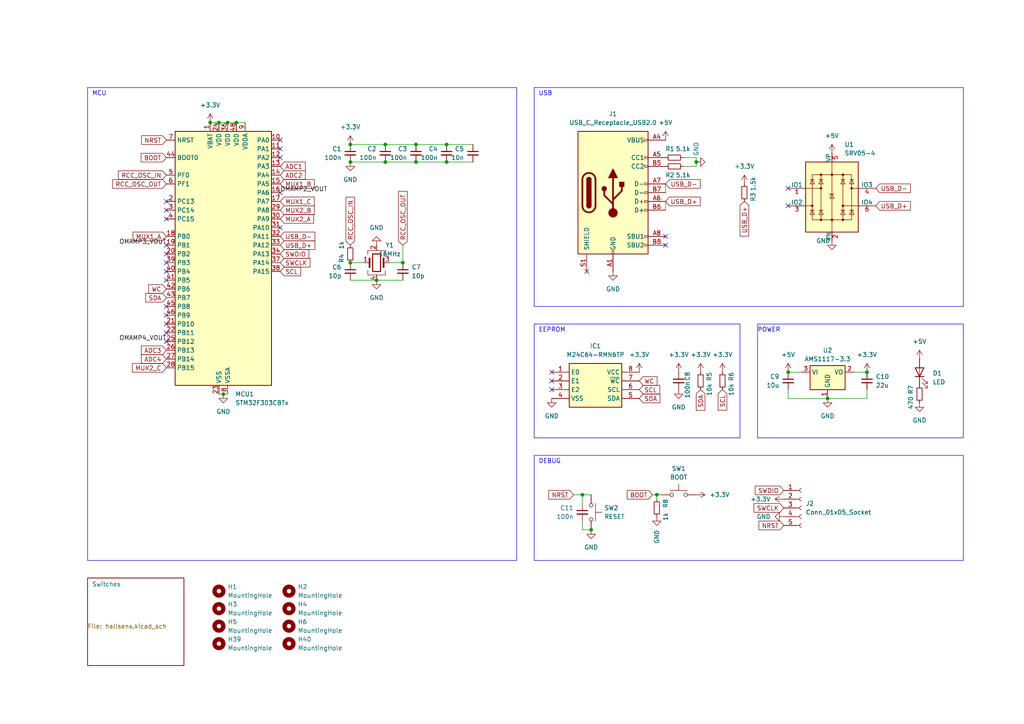
<source format=kicad_sch>
(kicad_sch (version 20250114) (generator "eeschema") (generator_version "9.0")
  (paper "A4")
  (lib_symbols
    (symbol "Connector:Conn_01x05_Socket" (pin_names (offset 1.016) (hide yes))
      (property "Reference" "J" (at 0 7.62 0))
      (property "Value" "Conn_01x05_Socket" (at 0 -7.62 0))
      (symbol "Conn_01x05_Socket_1_1"
        (polyline (pts (xy -1.27 5.08) (xy -0.508 5.08)) (stroke (width 0.1524)))
        (polyline (pts (xy -1.27 2.54) (xy -0.508 2.54)) (stroke (width 0.1524)))
        (polyline (pts (xy -1.27 0) (xy -0.508 0)) (stroke (width 0.1524)))
        (polyline (pts (xy -1.27 -2.54) (xy -0.508 -2.54)) (stroke (width 0.1524)))
        (polyline (pts (xy -1.27 -5.08) (xy -0.508 -5.08)) (stroke (width 0.1524)))
        (arc (start 0 4.572) (mid -0.5058 5.08) (end 0 5.588) (stroke (width 0.1524)))
        (arc (start 0 2.032) (mid -0.5058 2.54) (end 0 3.048) (stroke (width 0.1524)))
        (arc (start 0 -0.508) (mid -0.5058 0) (end 0 0.508) (stroke (width 0.1524)))
        (arc (start 0 -3.048) (mid -0.5058 -2.54) (end 0 -2.032) (stroke (width 0.1524)))
        (arc (start 0 -5.588) (mid -0.5058 -5.08) (end 0 -4.572) (stroke (width 0.1524)))
        (pin passive line (at -5.08 5.08 0) (length 3.81) (name "Pin_1") (number "1"))
        (pin passive line (at -5.08 2.54 0) (length 3.81) (name "Pin_2") (number "2"))
        (pin passive line (at -5.08 0 0) (length 3.81) (name "Pin_3") (number "3"))
        (pin passive line (at -5.08 -2.54 0) (length 3.81) (name "Pin_4") (number "4"))
        (pin passive line (at -5.08 -5.08 0) (length 3.81) (name "Pin_5") (number "5"))
      )
    )
    (symbol "Connector:USB_C_Receptacle_USB2.0" (pin_names (offset 1.016))
      (property "Reference" "J" (at -10.16 19.05 0))
      (property "Value" "USB_C_Receptacle_USB2.0" (at 19.05 19.05 0))
      (symbol "USB_C_Receptacle_USB2.0_0_0"
        (rectangle (start -0.254 -17.78) (end 0.254 -16.764))
        (rectangle (start 10.16 15.494) (end 9.144 14.986))
        (rectangle (start 10.16 10.414) (end 9.144 9.906))
        (rectangle (start 10.16 7.874) (end 9.144 7.366))
        (rectangle (start 10.16 2.794) (end 9.144 2.286))
        (rectangle (start 10.16 0.254) (end 9.144 -0.254))
        (rectangle (start 10.16 -2.286) (end 9.144 -2.794))
        (rectangle (start 10.16 -4.826) (end 9.144 -5.334))
        (rectangle (start 10.16 -12.446) (end 9.144 -12.954))
        (rectangle (start 10.16 -14.986) (end 9.144 -15.494))
      )
      (symbol "USB_C_Receptacle_USB2.0_0_1"
        (rectangle (start -10.16 17.78) (end 10.16 -17.78) (stroke (width 0.254)) (fill (type background)))
        (polyline (pts (xy -8.89 -3.81) (xy -8.89 3.81)) (stroke (width 0.508)))
        (rectangle (start -7.62 -3.81) (end -6.35 3.81) (stroke (width 0.254)) (fill (type outline)))
        (arc (start -7.62 3.81) (mid -6.985 4.4423) (end -6.35 3.81) (stroke (width 0.254)))
        (arc (start -7.62 3.81) (mid -6.985 4.4423) (end -6.35 3.81) (stroke (width 0.254)) (fill (type outline)))
        (arc (start -8.89 3.81) (mid -6.985 5.7067) (end -5.08 3.81) (stroke (width 0.508)))
        (arc (start -5.08 -3.81) (mid -6.985 -5.7067) (end -8.89 -3.81) (stroke (width 0.508)))
        (arc (start -6.35 -3.81) (mid -6.985 -4.4423) (end -7.62 -3.81) (stroke (width 0.254)))
        (arc (start -6.35 -3.81) (mid -6.985 -4.4423) (end -7.62 -3.81) (stroke (width 0.254)) (fill (type outline)))
        (polyline (pts (xy -5.08 3.81) (xy -5.08 -3.81)) (stroke (width 0.508)))
        (circle (center -2.54 1.143) (radius 0.635) (stroke (width 0.254)) (fill (type outline)))
        (polyline (pts (xy -1.27 4.318) (xy 0 6.858) (xy 1.27 4.318) (xy -1.27 4.318)) (stroke (width 0.254)) (fill (type outline)))
        (polyline (pts (xy 0 -2.032) (xy 2.54 0.508) (xy 2.54 1.778)) (stroke (width 0.508)))
        (polyline (pts (xy 0 -3.302) (xy -2.54 -0.762) (xy -2.54 0.508)) (stroke (width 0.508)))
        (polyline (pts (xy 0 -5.842) (xy 0 4.318)) (stroke (width 0.508)))
        (circle (center 0 -5.842) (radius 1.27) (fill (type outline)))
        (rectangle (start 1.905 1.778) (end 3.175 3.048) (stroke (width 0.254)) (fill (type outline)))
      )
      (symbol "USB_C_Receptacle_USB2.0_1_1"
        (pin passive line (at -7.62 -22.86 90) (length 5.08) (name "SHIELD") (number "S1"))
        (pin passive line (at 0 -22.86 90) (length 5.08) (name "GND") (number "A1"))
        (pin passive line (at 0 -22.86 90) (length 5.08) (hide yes) (name "GND") (number "A12"))
        (pin passive line (at 0 -22.86 90) (length 5.08) (hide yes) (name "GND") (number "B1"))
        (pin passive line (at 0 -22.86 90) (length 5.08) (hide yes) (name "GND") (number "B12"))
        (pin passive line (at 15.24 15.24 180) (length 5.08) (name "VBUS") (number "A4"))
        (pin passive line (at 15.24 15.24 180) (length 5.08) (hide yes) (name "VBUS") (number "A9"))
        (pin passive line (at 15.24 15.24 180) (length 5.08) (hide yes) (name "VBUS") (number "B4"))
        (pin passive line (at 15.24 15.24 180) (length 5.08) (hide yes) (name "VBUS") (number "B9"))
        (pin bidirectional line (at 15.24 10.16 180) (length 5.08) (name "CC1") (number "A5"))
        (pin bidirectional line (at 15.24 7.62 180) (length 5.08) (name "CC2") (number "B5"))
        (pin bidirectional line (at 15.24 2.54 180) (length 5.08) (name "D-") (number "A7"))
        (pin bidirectional line (at 15.24 0 180) (length 5.08) (name "D-") (number "B7"))
        (pin bidirectional line (at 15.24 -2.54 180) (length 5.08) (name "D+") (number "A6"))
        (pin bidirectional line (at 15.24 -5.08 180) (length 5.08) (name "D+") (number "B6"))
        (pin bidirectional line (at 15.24 -12.7 180) (length 5.08) (name "SBU1") (number "A8"))
        (pin bidirectional line (at 15.24 -15.24 180) (length 5.08) (name "SBU2") (number "B8"))
      )
    )
    (symbol "Device:C_Small" (pin_numbers (hide yes)) (pin_names (offset 0.254) (hide yes))
      (property "Reference" "C" (at 0.254 1.778 0))
      (property "Value" "C_Small" (at 0.254 -2.032 0))
      (symbol "C_Small_0_1"
        (polyline (pts (xy -1.524 0.508) (xy 1.524 0.508)) (stroke (width 0.3048)))
        (polyline (pts (xy -1.524 -0.508) (xy 1.524 -0.508)) (stroke (width 0.3302)))
      )
      (symbol "C_Small_1_1"
        (pin passive line (at 0 2.54 270) (length 2.032) (name "~") (number "1"))
        (pin passive line (at 0 -2.54 90) (length 2.032) (name "~") (number "2"))
      )
    )
    (symbol "Device:Crystal_GND24" (pin_names (offset 1.016) (hide yes))
      (property "Reference" "Y" (at 3.175 5.08 0))
      (property "Value" "Crystal_GND24" (at 3.175 3.175 0))
      (symbol "Crystal_GND24_0_1"
        (polyline (pts (xy -2.54 2.286) (xy -2.54 3.556) (xy 2.54 3.556) (xy 2.54 2.286)))
        (polyline (pts (xy -2.54 0) (xy -2.032 0)))
        (polyline (pts (xy -2.54 -2.286) (xy -2.54 -3.556) (xy 2.54 -3.556) (xy 2.54 -2.286)))
        (polyline (pts (xy -2.032 -1.27) (xy -2.032 1.27)) (stroke (width 0.508)))
        (rectangle (start -1.143 2.54) (end 1.143 -2.54) (stroke (width 0.3048)))
        (polyline (pts (xy 0 3.556) (xy 0 3.81)))
        (polyline (pts (xy 0 -3.81) (xy 0 -3.556)))
        (polyline (pts (xy 2.032 0) (xy 2.54 0)))
        (polyline (pts (xy 2.032 -1.27) (xy 2.032 1.27)) (stroke (width 0.508)))
      )
      (symbol "Crystal_GND24_1_1"
        (pin passive line (at -3.81 0 0) (length 1.27) (name "1") (number "1"))
        (pin passive line (at 0 5.08 270) (length 1.27) (name "2") (number "2"))
        (pin passive line (at 0 -5.08 90) (length 1.27) (name "4") (number "4"))
        (pin passive line (at 3.81 0 180) (length 1.27) (name "3") (number "3"))
      )
    )
    (symbol "Device:LED" (pin_numbers (hide yes)) (pin_names (offset 1.016) (hide yes))
      (property "Reference" "D" (at 0 2.54 0))
      (property "Value" "LED" (at 0 -2.54 0))
      (symbol "LED_0_1"
        (polyline (pts (xy -3.048 -0.762) (xy -4.572 -2.286) (xy -3.81 -2.286) (xy -4.572 -2.286) (xy -4.572 -1.524)))
        (polyline (pts (xy -1.778 -0.762) (xy -3.302 -2.286) (xy -2.54 -2.286) (xy -3.302 -2.286) (xy -3.302 -1.524)))
        (polyline (pts (xy -1.27 0) (xy 1.27 0)))
        (polyline (pts (xy -1.27 -1.27) (xy -1.27 1.27)) (stroke (width 0.254)))
        (polyline (pts (xy 1.27 -1.27) (xy 1.27 1.27) (xy -1.27 0) (xy 1.27 -1.27)) (stroke (width 0.254)))
      )
      (symbol "LED_1_1"
        (pin passive line (at -3.81 0 0) (length 2.54) (name "K") (number "1"))
        (pin passive line (at 3.81 0 180) (length 2.54) (name "A") (number "2"))
      )
    )
    (symbol "Device:R_Small" (pin_numbers (hide yes)) (pin_names (offset 0.254) (hide yes))
      (property "Reference" "R" (at 0.762 0.508 0))
      (property "Value" "R_Small" (at 0.762 -1.016 0))
      (symbol "R_Small_0_1"
        (rectangle (start -0.762 1.778) (end 0.762 -1.778) (stroke (width 0.2032)))
      )
      (symbol "R_Small_1_1"
        (pin passive line (at 0 2.54 270) (length 0.762) (name "~") (number "1"))
        (pin passive line (at 0 -2.54 90) (length 0.762) (name "~") (number "2"))
      )
    )
    (symbol "MCU_ST_STM32F3:STM32F303CBTx"
      (property "Reference" "U" (at -12.7 39.37 0))
      (property "Value" "STM32F303CBTx" (at 10.16 39.37 0))
      (symbol "STM32F303CBTx_0_1"
        (rectangle (start -12.7 -35.56) (end 15.24 38.1) (stroke (width 0.254)) (fill (type background)))
      )
      (symbol "STM32F303CBTx_1_1"
        (pin input line (at -15.24 35.56 0) (length 2.54) (name "NRST") (number "7"))
        (pin input line (at -15.24 30.48 0) (length 2.54) (name "BOOT0") (number "44"))
        (pin bidirectional line (at -15.24 25.4 0) (length 2.54) (name "PF0") (number "5"))
        (pin bidirectional line (at -15.24 22.86 0) (length 2.54) (name "PF1") (number "6"))
        (pin bidirectional line (at -15.24 17.78 0) (length 2.54) (name "PC13") (number "2"))
        (pin bidirectional line (at -15.24 15.24 0) (length 2.54) (name "PC14") (number "3"))
        (pin bidirectional line (at -15.24 12.7 0) (length 2.54) (name "PC15") (number "4"))
        (pin bidirectional line (at -15.24 7.62 0) (length 2.54) (name "PB0") (number "18"))
        (pin bidirectional line (at -15.24 5.08 0) (length 2.54) (name "PB1") (number "19"))
        (pin bidirectional line (at -15.24 2.54 0) (length 2.54) (name "PB2") (number "20"))
        (pin bidirectional line (at -15.24 0 0) (length 2.54) (name "PB3") (number "39"))
        (pin bidirectional line (at -15.24 -2.54 0) (length 2.54) (name "PB4") (number "40"))
        (pin bidirectional line (at -15.24 -5.08 0) (length 2.54) (name "PB5") (number "41"))
        (pin bidirectional line (at -15.24 -7.62 0) (length 2.54) (name "PB6") (number "42"))
        (pin bidirectional line (at -15.24 -10.16 0) (length 2.54) (name "PB7") (number "43"))
        (pin bidirectional line (at -15.24 -12.7 0) (length 2.54) (name "PB8") (number "45"))
        (pin bidirectional line (at -15.24 -15.24 0) (length 2.54) (name "PB9") (number "46"))
        (pin bidirectional line (at -15.24 -17.78 0) (length 2.54) (name "PB10") (number "21"))
        (pin bidirectional line (at -15.24 -20.32 0) (length 2.54) (name "PB11") (number "22"))
        (pin bidirectional line (at -15.24 -22.86 0) (length 2.54) (name "PB12") (number "25"))
        (pin bidirectional line (at -15.24 -25.4 0) (length 2.54) (name "PB13") (number "26"))
        (pin bidirectional line (at -15.24 -27.94 0) (length 2.54) (name "PB14") (number "27"))
        (pin bidirectional line (at -15.24 -30.48 0) (length 2.54) (name "PB15") (number "28"))
        (pin power_in line (at -2.54 40.64 270) (length 2.54) (name "VBAT") (number "1"))
        (pin power_in line (at 0 40.64 270) (length 2.54) (name "VDD") (number "24"))
        (pin power_in line (at 0 -38.1 90) (length 2.54) (name "VSS") (number "23"))
        (pin passive line (at 0 -38.1 90) (length 2.54) (hide yes) (name "VSS") (number "35"))
        (pin passive line (at 0 -38.1 90) (length 2.54) (hide yes) (name "VSS") (number "47"))
        (pin power_in line (at 2.54 40.64 270) (length 2.54) (name "VDD") (number "36"))
        (pin power_in line (at 2.54 -38.1 90) (length 2.54) (name "VSSA") (number "8"))
        (pin power_in line (at 5.08 40.64 270) (length 2.54) (name "VDD") (number "48"))
        (pin power_in line (at 7.62 40.64 270) (length 2.54) (name "VDDA") (number "9"))
        (pin bidirectional line (at 17.78 35.56 180) (length 2.54) (name "PA0") (number "10"))
        (pin bidirectional line (at 17.78 33.02 180) (length 2.54) (name "PA1") (number "11"))
        (pin bidirectional line (at 17.78 30.48 180) (length 2.54) (name "PA2") (number "12"))
        (pin bidirectional line (at 17.78 27.94 180) (length 2.54) (name "PA3") (number "13"))
        (pin bidirectional line (at 17.78 25.4 180) (length 2.54) (name "PA4") (number "14"))
        (pin bidirectional line (at 17.78 22.86 180) (length 2.54) (name "PA5") (number "15"))
        (pin bidirectional line (at 17.78 20.32 180) (length 2.54) (name "PA6") (number "16"))
        (pin bidirectional line (at 17.78 17.78 180) (length 2.54) (name "PA7") (number "17"))
        (pin bidirectional line (at 17.78 15.24 180) (length 2.54) (name "PA8") (number "29"))
        (pin bidirectional line (at 17.78 12.7 180) (length 2.54) (name "PA9") (number "30"))
        (pin bidirectional line (at 17.78 10.16 180) (length 2.54) (name "PA10") (number "31"))
        (pin bidirectional line (at 17.78 7.62 180) (length 2.54) (name "PA11") (number "32"))
        (pin bidirectional line (at 17.78 5.08 180) (length 2.54) (name "PA12") (number "33"))
        (pin bidirectional line (at 17.78 2.54 180) (length 2.54) (name "PA13") (number "34"))
        (pin bidirectional line (at 17.78 0 180) (length 2.54) (name "PA14") (number "37"))
        (pin bidirectional line (at 17.78 -2.54 180) (length 2.54) (name "PA15") (number "38"))
      )
    )
    (symbol "Mechanical:MountingHole" (pin_names (offset 1.016))
      (property "Reference" "H" (at 0 5.08 0))
      (property "Value" "MountingHole" (at 0 3.175 0))
      (symbol "MountingHole_0_1"
        (circle (center 0 0) (radius 1.27) (stroke (width 1.27)))
      )
    )
    (symbol "Power_Protection:SRV05-4" (pin_names (offset 0))
      (property "Reference" "U" (at -5.08 11.43 0))
      (property "Value" "SRV05-4" (at 2.54 11.43 0))
      (symbol "SRV05-4_0_0"
        (rectangle (start -5.715 6.477) (end 5.715 -6.604))
        (polyline (pts (xy -3.175 -6.604) (xy -3.175 6.477)))
        (polyline (pts (xy 3.175 6.477) (xy 3.175 -6.604)))
      )
      (symbol "SRV05-4_0_1"
        (polyline (pts (xy -7.747 2.54) (xy -3.175 2.54)))
        (rectangle (start -7.62 10.16) (end 7.62 -10.16) (stroke (width 0.254)) (fill (type background)))
        (polyline (pts (xy -7.62 -2.54) (xy -5.715 -2.54)))
        (circle (center -5.715 -2.54) (radius 0.2794) (fill (type outline)))
        (polyline (pts (xy -5.08 5.08) (xy -6.35 5.08)))
        (polyline (pts (xy -5.08 3.81) (xy -6.35 3.81) (xy -5.715 5.08) (xy -5.08 3.81)))
        (polyline (pts (xy -5.08 -3.81) (xy -6.35 -3.81)))
        (polyline (pts (xy -5.08 -5.08) (xy -6.35 -5.08) (xy -5.715 -3.81) (xy -5.08 -5.08)))
        (circle (center -3.175 6.477) (radius 0.2794) (fill (type outline)))
        (circle (center -3.175 2.54) (radius 0.2794) (fill (type outline)))
        (circle (center -3.175 -6.604) (radius 0.2794) (fill (type outline)))
        (polyline (pts (xy -2.54 5.08) (xy -3.81 5.08)))
        (polyline (pts (xy -2.54 3.81) (xy -3.81 3.81) (xy -3.175 5.08) (xy -2.54 3.81)))
        (polyline (pts (xy -2.54 -3.81) (xy -3.81 -3.81)))
        (polyline (pts (xy -2.54 -5.08) (xy -3.81 -5.08) (xy -3.175 -3.81) (xy -2.54 -5.08)))
        (polyline (pts (xy 0 10.16) (xy 0 -10.16)))
        (circle (center 0 6.477) (radius 0.2794) (fill (type outline)))
        (circle (center 0 -6.604) (radius 0.2794) (fill (type outline)))
        (polyline (pts (xy 0.635 0.889) (xy -0.635 0.889) (xy -0.635 0.635)))
        (polyline (pts (xy 0.635 -0.381) (xy -0.635 -0.381) (xy 0 0.889) (xy 0.635 -0.381)))
        (circle (center 3.175 6.477) (radius 0.2794) (fill (type outline)))
        (circle (center 3.175 -2.54) (radius 0.2794) (fill (type outline)))
        (circle (center 3.175 -6.604) (radius 0.2794) (fill (type outline)))
        (polyline (pts (xy 3.81 5.08) (xy 2.54 5.08)))
        (polyline (pts (xy 3.81 3.81) (xy 2.54 3.81) (xy 3.175 5.08) (xy 3.81 3.81)))
        (polyline (pts (xy 3.81 -3.81) (xy 2.54 -3.81)))
        (polyline (pts (xy 3.81 -5.08) (xy 2.54 -5.08) (xy 3.175 -3.81) (xy 3.81 -5.08)))
        (circle (center 5.715 2.54) (radius 0.2794) (fill (type outline)))
        (polyline (pts (xy 6.35 5.08) (xy 5.08 5.08)))
        (polyline (pts (xy 6.35 3.81) (xy 5.08 3.81) (xy 5.715 5.08) (xy 6.35 3.81)))
        (polyline (pts (xy 6.35 -3.81) (xy 5.08 -3.81)))
        (polyline (pts (xy 6.35 -5.08) (xy 5.08 -5.08) (xy 5.715 -3.81) (xy 6.35 -5.08)))
        (polyline (pts (xy 7.62 2.54) (xy 5.715 2.54)))
        (polyline (pts (xy 7.62 -2.54) (xy 3.175 -2.54)))
      )
      (symbol "SRV05-4_1_1"
        (pin passive line (at -12.7 2.54 0) (length 5.08) (name "IO1") (number "1"))
        (pin passive line (at -12.7 -2.54 0) (length 5.08) (name "IO2") (number "3"))
        (pin passive line (at 0 12.7 270) (length 2.54) (name "VP") (number "5"))
        (pin passive line (at 0 -12.7 90) (length 2.54) (name "VN") (number "2"))
        (pin passive line (at 12.7 2.54 180) (length 5.08) (name "IO3") (number "4"))
        (pin passive line (at 12.7 -2.54 180) (length 5.08) (name "IO4") (number "6"))
      )
    )
    (symbol "Regulator_Linear:AMS1117-3.3"
      (property "Reference" "U" (at -3.81 3.175 0))
      (property "Value" "AMS1117-3.3" (at 0 3.175 0))
      (symbol "AMS1117-3.3_0_1"
        (rectangle (start -5.08 -5.08) (end 5.08 1.905) (stroke (width 0.254)) (fill (type background)))
      )
      (symbol "AMS1117-3.3_1_1"
        (pin power_in line (at -7.62 0 0) (length 2.54) (name "VI") (number "3"))
        (pin power_in line (at 0 -7.62 90) (length 2.54) (name "GND") (number "1"))
        (pin power_out line (at 7.62 0 180) (length 2.54) (name "VO") (number "2"))
      )
    )
    (symbol "Switch:SW_Push" (pin_numbers (hide yes)) (pin_names (offset 1.016) (hide yes))
      (property "Reference" "SW" (at 1.27 2.54 0))
      (property "Value" "SW_Push" (at 0 -1.524 0))
      (symbol "SW_Push_0_1"
        (circle (center -2.032 0) (radius 0.508))
        (polyline (pts (xy 0 1.27) (xy 0 3.048)))
        (circle (center 2.032 0) (radius 0.508))
        (polyline (pts (xy 2.54 1.27) (xy -2.54 1.27)))
        (pin passive line (at -5.08 0 0) (length 2.54) (name "1") (number "1"))
        (pin passive line (at 5.08 0 180) (length 2.54) (name "2") (number "2"))
      )
    )
    (symbol "ember_m24c64:M24C64-RMN6TP"
      (property "Reference" "IC" (at 21.59 7.62 0))
      (property "Value" "M24C64-RMN6TP" (at 21.59 5.08 0))
      (symbol "M24C64-RMN6TP_1_1"
        (rectangle (start 5.08 2.54) (end 20.32 -10.16) (stroke (width 0.254)) (fill (type background)))
        (pin passive line (at 0 0 0) (length 5.08) (name "E0") (number "1"))
        (pin passive line (at 0 -2.54 0) (length 5.08) (name "E1") (number "2"))
        (pin passive line (at 0 -5.08 0) (length 5.08) (name "E2") (number "3"))
        (pin passive line (at 0 -7.62 0) (length 5.08) (name "VSS") (number "4"))
        (pin passive line (at 25.4 0 180) (length 5.08) (name "VCC") (number "8"))
        (pin passive line (at 25.4 -2.54 180) (length 5.08) (name "~{WC}") (number "7"))
        (pin passive line (at 25.4 -5.08 180) (length 5.08) (name "SCL") (number "6"))
        (pin passive line (at 25.4 -7.62 180) (length 5.08) (name "SDA") (number "5"))
      )
    )
    (symbol "power:+3.3V" (power) (pin_names (offset 0))
      (property "Value" "+3.3V" (at 0 3.556 0))
      (symbol "+3.3V_0_1"
        (polyline (pts (xy -0.762 1.27) (xy 0 2.54)))
        (polyline (pts (xy 0 2.54) (xy 0.762 1.27)))
        (polyline (pts (xy 0 0) (xy 0 2.54)))
      )
      (symbol "+3.3V_1_1"
        (pin power_in line (at 0 0 90) (length 0) (hide yes) (name "+3.3V") (number "1"))
      )
    )
    (symbol "power:+5V" (power) (pin_names (offset 0))
      (property "Value" "+5V" (at 0 3.556 0))
      (symbol "+5V_0_1"
        (polyline (pts (xy -0.762 1.27) (xy 0 2.54)))
        (polyline (pts (xy 0 2.54) (xy 0.762 1.27)))
        (polyline (pts (xy 0 0) (xy 0 2.54)))
      )
      (symbol "+5V_1_1"
        (pin power_in line (at 0 0 90) (length 0) (hide yes) (name "+5V") (number "1"))
      )
    )
    (symbol "power:GND" (power) (pin_names (offset 0))
      (property "Value" "GND" (at 0 -3.81 0))
      (symbol "GND_0_1"
        (polyline (pts (xy 0 0) (xy 0 -1.27) (xy 1.27 -1.27) (xy 0 -2.54) (xy -1.27 -1.27) (xy 0 -1.27)))
      )
      (symbol "GND_1_1"
        (pin power_in line (at 0 0 270) (length 0) (hide yes) (name "GND") (number "1"))
      )
    )
  )
  (rectangle (start 219.71 93.98) (end 279.4 127))
  (rectangle (start 154.94 132.08) (end 279.4 162.56))
  (rectangle (start 25.4 25.4) (end 149.86 162.56))
  (rectangle (start 154.94 25.4) (end 279.4 88.9))
  (rectangle (start 154.94 93.98) (end 214.63 127))
  (text "MCU" (at 26.67 27.94 0) (effects (font (size 1.27 1.27)) (justify left bottom)))
  (text "USB" (at 156.21 27.94 0) (effects (font (size 1.27 1.27)) (justify left bottom)))
  (text "POWER" (at 219.71 96.52 0) (effects (font (size 1.27 1.27)) (justify left bottom)))
  (text "EEPROM" (at 156.21 96.52 0) (effects (font (size 1.27 1.27)) (justify left bottom)))
  (text "DEBUG" (at 156.21 134.62 0) (effects (font (size 1.27 1.27)) (justify left bottom)))
  (junction (at 109.22 81.28))
  (junction (at 129.54 46.99))
  (junction (at 228.6 107.95))
  (junction (at 120.65 46.99))
  (junction (at 190.5 143.51))
  (junction (at 68.58 35.56))
  (junction (at 120.65 41.91))
  (junction (at 101.6 46.99))
  (junction (at 240.03 115.57))
  (junction (at 129.54 41.91))
  (junction (at 60.96 35.56))
  (junction (at 111.76 46.99))
  (junction (at 101.6 76.2))
  (junction (at 171.45 153.67))
  (junction (at 63.5 35.56))
  (junction (at 201.93 46.99))
  (junction (at 111.76 41.91))
  (junction (at 101.6 41.91))
  (junction (at 64.77 114.3))
  (junction (at 66.04 35.56))
  (junction (at 116.84 76.2))
  (junction (at 251.46 107.95))
  (junction (at 168.91 143.51))
  (no_connect (at 48.26 78.74))
  (no_connect (at 48.26 73.66))
  (no_connect (at 81.28 55.88))
  (no_connect (at 81.28 66.04))
  (no_connect (at 228.6 54.61))
  (no_connect (at 48.26 88.9))
  (no_connect (at 48.26 71.12))
  (no_connect (at 48.26 93.98))
  (no_connect (at 48.26 58.42))
  (no_connect (at 193.04 68.58))
  (no_connect (at 48.26 76.2))
  (no_connect (at 228.6 59.69))
  (no_connect (at 48.26 96.52))
  (no_connect (at 81.28 43.18))
  (no_connect (at 170.18 78.74))
  (no_connect (at 193.04 71.12))
  (no_connect (at 48.26 60.96))
  (no_connect (at 81.28 45.72))
  (no_connect (at 160.02 113.03))
  (no_connect (at 48.26 99.06))
  (no_connect (at 48.26 91.44))
  (no_connect (at 48.26 63.5))
  (no_connect (at 160.02 107.95))
  (no_connect (at 81.28 40.64))
  (no_connect (at 48.26 81.28))
  (no_connect (at 160.02 110.49))
  (wire (pts (xy 228.6 115.57) (xy 240.03 115.57)))
  (wire (pts (xy 168.91 143.51) (xy 171.45 143.51)))
  (wire (pts (xy 68.58 35.56) (xy 71.12 35.56)))
  (wire (pts (xy 111.76 41.91) (xy 120.65 41.91)))
  (wire (pts (xy 240.03 115.57) (xy 251.46 115.57)))
  (wire (pts (xy 111.76 46.99) (xy 120.65 46.99)))
  (wire (pts (xy 190.5 143.51) (xy 191.77 143.51)))
  (wire (pts (xy 168.91 153.67) (xy 171.45 153.67)))
  (wire (pts (xy 189.23 143.51) (xy 190.5 143.51)))
  (wire (pts (xy 168.91 151.13) (xy 168.91 153.67)))
  (wire (pts (xy 168.91 143.51) (xy 168.91 146.05)))
  (wire (pts (xy 63.5 114.3) (xy 64.77 114.3)))
  (wire (pts (xy 109.22 81.28) (xy 116.84 81.28)))
  (wire (pts (xy 228.6 113.03) (xy 228.6 115.57)))
  (wire (pts (xy 251.46 115.57) (xy 251.46 113.03)))
  (wire (pts (xy 101.6 81.28) (xy 109.22 81.28)))
  (wire (pts (xy 113.03 76.2) (xy 116.84 76.2)))
  (wire (pts (xy 101.6 76.2) (xy 105.41 76.2)))
  (wire (pts (xy 129.54 41.91) (xy 137.16 41.91)))
  (wire (pts (xy 116.84 76.2) (xy 116.84 71.12)))
  (wire (pts (xy 193.04 53.34) (xy 193.04 55.88)))
  (wire (pts (xy 166.37 143.51) (xy 168.91 143.51)))
  (wire (pts (xy 66.04 35.56) (xy 68.58 35.56)))
  (wire (pts (xy 198.12 45.72) (xy 201.93 45.72)))
  (wire (pts (xy 120.65 41.91) (xy 129.54 41.91)))
  (wire (pts (xy 120.65 46.99) (xy 129.54 46.99)))
  (wire (pts (xy 60.96 35.56) (xy 63.5 35.56)))
  (wire (pts (xy 101.6 41.91) (xy 111.76 41.91)))
  (wire (pts (xy 247.65 107.95) (xy 251.46 107.95)))
  (wire (pts (xy 198.12 48.26) (xy 201.93 48.26)))
  (wire (pts (xy 64.77 114.3) (xy 66.04 114.3)))
  (wire (pts (xy 228.6 107.95) (xy 232.41 107.95)))
  (wire (pts (xy 101.6 46.99) (xy 111.76 46.99)))
  (wire (pts (xy 201.93 46.99) (xy 201.93 45.72)))
  (wire (pts (xy 201.93 48.26) (xy 201.93 46.99)))
  (wire (pts (xy 63.5 35.56) (xy 66.04 35.56)))
  (wire (pts (xy 129.54 46.99) (xy 137.16 46.99)))
  (wire (pts (xy 193.04 58.42) (xy 193.04 60.96)))
  (wire (pts (xy 190.5 143.51) (xy 190.5 144.78)))
  (label "OMAMP3_VOUT" (at 48.26 71.12 180))
  (label "OMAMP2_VOUT" (at 81.28 55.88 0))
  (label "OMAMP4_VOUT" (at 48.26 99.06 180))
  (global_label "MUX1_C" (shape input) (at 81.28 58.42 0) (property "Intersheetrefs" "${INTERSHEET_REFS}" (effects (hide yes))))
  (global_label "SDA" (shape input) (at 185.42 115.57 0) (property "Intersheetrefs" "${INTERSHEET_REFS}" (effects (hide yes))))
  (global_label "ADC2" (shape input) (at 81.28 50.8 0) (property "Intersheetrefs" "${INTERSHEET_REFS}" (effects (hide yes))))
  (global_label "USB_D-" (shape input) (at 193.04 53.34 0) (property "Intersheetrefs" "${INTERSHEET_REFS}" (effects (hide yes))))
  (global_label "SCL" (shape input) (at 185.42 113.03 0) (property "Intersheetrefs" "${INTERSHEET_REFS}" (effects (hide yes))))
  (global_label "NRST" (shape input) (at 48.26 40.64 180) (property "Intersheetrefs" "${INTERSHEET_REFS}" (effects (hide yes))))
  (global_label "BOOT" (shape input) (at 48.26 45.72 180) (property "Intersheetrefs" "${INTERSHEET_REFS}" (effects (hide yes))))
  (global_label "RCC_OSC_IN" (shape input) (at 48.26 50.8 180) (property "Intersheetrefs" "${INTERSHEET_REFS}" (effects (hide yes))))
  (global_label "USB_D+" (shape input) (at 81.28 71.12 0) (property "Intersheetrefs" "${INTERSHEET_REFS}" (effects (hide yes))))
  (global_label "MUX2_A" (shape input) (at 81.28 63.5 0) (property "Intersheetrefs" "${INTERSHEET_REFS}" (effects (hide yes))))
  (global_label "RCC_OSC_OUT" (shape input) (at 48.26 53.34 180) (property "Intersheetrefs" "${INTERSHEET_REFS}" (effects (hide yes))))
  (global_label "USB_D+" (shape input) (at 254 59.69 0) (property "Intersheetrefs" "${INTERSHEET_REFS}" (effects (hide yes))))
  (global_label "MUX1_B" (shape input) (at 81.28 53.34 0) (property "Intersheetrefs" "${INTERSHEET_REFS}" (effects (hide yes))))
  (global_label "USB_D+" (shape input) (at 215.9 58.42 270) (property "Intersheetrefs" "${INTERSHEET_REFS}" (effects (hide yes))))
  (global_label "SDA" (shape input) (at 203.2 113.03 270) (property "Intersheetrefs" "${INTERSHEET_REFS}" (effects (hide yes))))
  (global_label "MUX2_C" (shape input) (at 48.26 106.68 180) (property "Intersheetrefs" "${INTERSHEET_REFS}" (effects (hide yes))))
  (global_label "WC" (shape input) (at 48.26 83.82 180) (property "Intersheetrefs" "${INTERSHEET_REFS}" (effects (hide yes))))
  (global_label "WC" (shape input) (at 185.42 110.49 0) (property "Intersheetrefs" "${INTERSHEET_REFS}" (effects (hide yes))))
  (global_label "SWCLK" (shape input) (at 227.33 147.32 180) (property "Intersheetrefs" "${INTERSHEET_REFS}" (effects (hide yes))))
  (global_label "NRST" (shape input) (at 166.37 143.51 180) (property "Intersheetrefs" "${INTERSHEET_REFS}" (effects (hide yes))))
  (global_label "ADC4" (shape input) (at 48.26 104.14 180) (property "Intersheetrefs" "${INTERSHEET_REFS}" (effects (hide yes))))
  (global_label "RCC_OSC_IN" (shape input) (at 101.6 71.12 90) (property "Intersheetrefs" "${INTERSHEET_REFS}" (effects (hide yes))))
  (global_label "SCL" (shape input) (at 81.28 78.74 0) (property "Intersheetrefs" "${INTERSHEET_REFS}" (effects (hide yes))))
  (global_label "ADC1" (shape input) (at 81.28 48.26 0) (property "Intersheetrefs" "${INTERSHEET_REFS}" (effects (hide yes))))
  (global_label "SCL" (shape input) (at 209.55 113.03 270) (property "Intersheetrefs" "${INTERSHEET_REFS}" (effects (hide yes))))
  (global_label "NRST" (shape input) (at 227.33 152.4 180) (property "Intersheetrefs" "${INTERSHEET_REFS}" (effects (hide yes))))
  (global_label "SWDIO" (shape input) (at 227.33 142.24 180) (property "Intersheetrefs" "${INTERSHEET_REFS}" (effects (hide yes))))
  (global_label "RCC_OSC_OUT" (shape input) (at 116.84 71.12 90) (property "Intersheetrefs" "${INTERSHEET_REFS}" (effects (hide yes))))
  (global_label "USB_D-" (shape input) (at 81.28 68.58 0) (property "Intersheetrefs" "${INTERSHEET_REFS}" (effects (hide yes))))
  (global_label "SDA" (shape input) (at 48.26 86.36 180) (property "Intersheetrefs" "${INTERSHEET_REFS}" (effects (hide yes))))
  (global_label "BOOT" (shape input) (at 189.23 143.51 180) (property "Intersheetrefs" "${INTERSHEET_REFS}" (effects (hide yes))))
  (global_label "SWCLK" (shape input) (at 81.28 76.2 0) (property "Intersheetrefs" "${INTERSHEET_REFS}" (effects (hide yes))))
  (global_label "MUX1_A" (shape input) (at 48.26 68.58 180) (property "Intersheetrefs" "${INTERSHEET_REFS}" (effects (hide yes))))
  (global_label "USB_D+" (shape input) (at 193.04 58.42 0) (property "Intersheetrefs" "${INTERSHEET_REFS}" (effects (hide yes))))
  (global_label "USB_D-" (shape input) (at 254 54.61 0) (property "Intersheetrefs" "${INTERSHEET_REFS}" (effects (hide yes))))
  (global_label "ADC3" (shape input) (at 48.26 101.6 180) (property "Intersheetrefs" "${INTERSHEET_REFS}" (effects (hide yes))))
  (global_label "MUX2_B" (shape input) (at 81.28 60.96 0) (property "Intersheetrefs" "${INTERSHEET_REFS}" (effects (hide yes))))
  (global_label "SWDIO" (shape input) (at 81.28 73.66 0) (property "Intersheetrefs" "${INTERSHEET_REFS}" (effects (hide yes))))
  (symbol (lib_id "Mechanical:MountingHole") (at 83.82 186.69 0) (unit 1)
    (property "Reference" "H40" (at 86.36 185.42 0) (effects (justify left)))
    (property "Value" "MountingHole" (at 86.36 187.96 0) (effects (justify left)))
    (property "Footprint" "MountingHole:MountingHole_2.2mm_M2" (effects (hide yes)))
  )
  (symbol (lib_id "power:GND") (at 266.7 116.84 0) (unit 1)
    (property "Reference" "#PWR023" (effects (hide yes)))
    (property "Value" "GND" (at 266.7 121.92 0))
  )
  (symbol (lib_id "power:+3.3V") (at 201.93 143.51 270) (unit 1)
    (property "Reference" "#PWR024" (effects (hide yes)))
    (property "Value" "+3.3V" (at 205.74 143.51 90) (effects (justify left)))
  )
  (symbol (lib_id "Device:R_Small") (at 195.58 48.26 90) (unit 1)
    (property "Reference" "R2" (at 194.31 50.8 90))
    (property "Value" "5.1k" (at 198.12 50.8 90))
    (property "Footprint" "Resistor_SMD:R_0603_1608Metric" (effects (hide yes)))
    (property "LCSC" "C23186" (effects (hide yes)))
  )
  (symbol (lib_id "Device:C_Small") (at 101.6 44.45 0) (mirror y) (unit 1)
    (property "Reference" "C1" (at 99.06 43.1863 0) (effects (justify left)))
    (property "Value" "100n" (at 99.06 45.7263 0) (effects (justify left)))
    (property "Footprint" "Capacitor_SMD:C_0603_1608Metric" (effects (hide yes)))
    (property "LCSC" "C14663" (effects (hide yes)))
  )
  (symbol (lib_id "power:+3.3V") (at 203.2 107.95 0) (unit 1)
    (property "Reference" "#PWR015" (effects (hide yes)))
    (property "Value" "+3.3V" (at 203.2 102.87 0))
  )
  (symbol (lib_id "Device:R_Small") (at 190.5 147.32 0) (unit 1)
    (property "Reference" "R8" (at 193.04 146.05 90))
    (property "Value" "1k" (at 193.04 149.86 90))
    (property "Footprint" "Resistor_SMD:R_0603_1608Metric" (effects (hide yes)))
    (property "LCSC" "C21190" (effects (hide yes)))
  )
  (symbol (lib_id "Connector:Conn_01x05_Socket") (at 232.41 147.32 0) (unit 1)
    (property "Reference" "J2" (at 233.68 146.05 0) (effects (justify left)))
    (property "Value" "Conn_01x05_Socket" (at 233.68 148.59 0) (effects (justify left)))
    (property "Footprint" "Connector_PinSocket_2.54mm:PinSocket_1x05_P2.54mm_Vertical" (effects (hide yes)))
  )
  (symbol (lib_id "Power_Protection:SRV05-4") (at 241.3 57.15 0) (unit 1)
    (property "Reference" "U1" (at 244.9261 41.91 0) (effects (justify left)))
    (property "Value" "SRV05-4" (at 244.9261 44.45 0) (effects (justify left)))
    (property "Footprint" "Package_TO_SOT_SMD:SOT-23-6" (effects (hide yes)))
    (property "Datasheet" "http://www.onsemi.com/pub/Collateral/SRV05-4-D.PDF" (effects (hide yes)))
    (property "LCSC" "C85364" (effects (hide yes)))
  )
  (symbol (lib_id "Device:C_Small") (at 196.85 110.49 0) (mirror y) (unit 1)
    (property "Reference" "C8" (at 199.39 110.49 90) (effects (justify left)))
    (property "Value" "100n" (at 199.39 115.57 90) (effects (justify left)))
    (property "Footprint" "Capacitor_SMD:C_0603_1608Metric" (effects (hide yes)))
    (property "LCSC" "C14663" (effects (hide yes)))
  )
  (symbol (lib_id "power:+5V") (at 228.6 107.95 0) (unit 1)
    (property "Reference" "#PWR017" (effects (hide yes)))
    (property "Value" "+5V" (at 228.6 102.87 0))
  )
  (symbol (lib_id "power:GND") (at 160.02 115.57 0) (unit 1)
    (property "Reference" "#PWR021" (effects (hide yes)))
    (property "Value" "GND" (at 160.02 120.65 0))
  )
  (symbol (lib_id "power:+3.3V") (at 251.46 107.95 0) (unit 1)
    (property "Reference" "#PWR018" (effects (hide yes)))
    (property "Value" "+3.3V" (at 251.46 102.87 0))
  )
  (symbol (lib_id "MCU_ST_STM32F3:STM32F303CBTx") (at 63.5 76.2 0) (unit 1)
    (property "Reference" "MCU1" (at 68.2341 114.3 0) (effects (justify left)))
    (property "Value" "STM32F303CBTx" (at 68.2341 116.84 0) (effects (justify left)))
    (property "Footprint" "Package_QFP:LQFP-48_7x7mm_P0.5mm" (effects (hide yes)))
    (property "Datasheet" "https://www.st.com/resource/en/datasheet/stm32f303cb.pdf" (effects (hide yes)))
    (property "LCSC" "C108516" (effects (hide yes)))
  )
  (symbol (lib_id "power:+3.3V") (at 101.6 41.91 0) (unit 1)
    (property "Reference" "#PWR03" (effects (hide yes)))
    (property "Value" "+3.3V" (at 101.6 36.83 0))
  )
  (symbol (lib_id "Device:R_Small") (at 215.9 55.88 180) (unit 1)
    (property "Reference" "R3" (at 218.44 57.15 90))
    (property "Value" "1.5k" (at 218.44 53.34 90))
    (property "Footprint" "Resistor_SMD:R_0603_1608Metric" (effects (hide yes)))
    (property "LCSC" "C22843" (effects (hide yes)))
  )
  (symbol (lib_id "Device:R_Small") (at 195.58 45.72 90) (unit 1)
    (property "Reference" "R1" (at 194.31 43.18 90))
    (property "Value" "5.1k" (at 198.12 43.18 90))
    (property "Footprint" "Resistor_SMD:R_0603_1608Metric" (effects (hide yes)))
    (property "LCSC" "C23186" (effects (hide yes)))
  )
  (symbol (lib_id "Device:C_Small") (at 101.6 78.74 0) (mirror y) (unit 1)
    (property "Reference" "C6" (at 99.06 77.4763 0) (effects (justify left)))
    (property "Value" "10p" (at 99.06 80.0163 0) (effects (justify left)))
    (property "Footprint" "Capacitor_SMD:C_0603_1608Metric" (effects (hide yes)))
    (property "LCSC" "C1634" (effects (hide yes)))
  )
  (symbol (lib_id "power:GND") (at 240.03 115.57 0) (unit 1)
    (property "Reference" "#PWR022" (effects (hide yes)))
    (property "Value" "GND" (at 240.03 120.65 0))
  )
  (symbol (lib_id "power:GND") (at 177.8 78.74 0) (unit 1)
    (property "Reference" "#PWR010" (effects (hide yes)))
    (property "Value" "GND" (at 177.8 83.82 0))
  )
  (symbol (lib_id "Device:Crystal_GND24") (at 109.22 76.2 0) (unit 1)
    (property "Reference" "Y1" (at 113.03 71.12 0))
    (property "Value" "16MHz" (at 113.03 73.66 0))
    (property "Footprint" "Crystal:Crystal_SMD_3225-4Pin_3.2x2.5mm" (effects (hide yes)))
    (property "LCSC" "C13738" (effects (hide yes)))
  )
  (symbol (lib_id "power:+5V") (at 266.7 104.14 0) (unit 1)
    (property "Reference" "#PWR012" (effects (hide yes)))
    (property "Value" "+5V" (at 266.7 99.06 0))
  )
  (symbol (lib_id "Device:C_Small") (at 137.16 44.45 0) (mirror y) (unit 1)
    (property "Reference" "C5" (at 134.62 43.1863 0) (effects (justify left)))
    (property "Value" "10n" (at 134.62 45.7263 0) (effects (justify left)))
    (property "Footprint" "Capacitor_SMD:C_0603_1608Metric" (effects (hide yes)))
    (property "LCSC" "C57112" (effects (hide yes)))
  )
  (symbol (lib_id "Device:LED") (at 266.7 107.95 90) (unit 1)
    (property "Reference" "D1" (at 270.51 108.2675 90) (effects (justify right)))
    (property "Value" "LED" (at 270.51 110.8075 90) (effects (justify right)))
    (property "Footprint" "LED_SMD:LED_0603_1608Metric" (effects (hide yes)))
    (property "LCSC" "C72043" (effects (hide yes)))
  )
  (symbol (lib_id "power:+3.3V") (at 215.9 53.34 0) (unit 1)
    (property "Reference" "#PWR07" (effects (hide yes)))
    (property "Value" "+3.3V" (at 215.9 48.26 0))
  )
  (symbol (lib_id "Mechanical:MountingHole") (at 63.5 171.45 0) (unit 1)
    (property "Reference" "H1" (at 66.04 170.18 0) (effects (justify left)))
    (property "Value" "MountingHole" (at 66.04 172.72 0) (effects (justify left)))
    (property "Footprint" "MountingHole:MountingHole_2.2mm_M2" (effects (hide yes)))
  )
  (symbol (lib_id "Mechanical:MountingHole") (at 83.82 171.45 0) (unit 1)
    (property "Reference" "H2" (at 86.36 170.18 0) (effects (justify left)))
    (property "Value" "MountingHole" (at 86.36 172.72 0) (effects (justify left)))
    (property "Footprint" "MountingHole:MountingHole_2.2mm_M2" (effects (hide yes)))
  )
  (symbol (lib_id "Device:C_Small") (at 251.46 110.49 0) (unit 1)
    (property "Reference" "C10" (at 254 109.2263 0) (effects (justify left)))
    (property "Value" "22u" (at 254 111.7663 0) (effects (justify left)))
    (property "Footprint" "Capacitor_SMD:C_0603_1608Metric" (effects (hide yes)))
    (property "LCSC" "C59461" (effects (hide yes)))
  )
  (symbol (lib_id "power:GND") (at 101.6 46.99 0) (unit 1)
    (property "Reference" "#PWR05" (effects (hide yes)))
    (property "Value" "GND" (at 101.6 52.07 0))
  )
  (symbol (lib_id "power:+3.3V") (at 185.42 107.95 0) (unit 1)
    (property "Reference" "#PWR013" (effects (hide yes)))
    (property "Value" "+3.3V" (at 185.42 102.87 0))
  )
  (symbol (lib_id "power:GND") (at 196.85 113.03 0) (unit 1)
    (property "Reference" "#PWR019" (effects (hide yes)))
    (property "Value" "GND" (at 196.85 118.11 0))
  )
  (symbol (lib_id "power:GND") (at 190.5 149.86 0) (unit 1)
    (property "Reference" "#PWR026" (effects (hide yes)))
    (property "Value" "GND" (at 190.5 153.67 90) (effects (justify right)))
  )
  (symbol (lib_id "Connector:USB_C_Receptacle_USB2.0") (at 177.8 55.88 0) (unit 1)
    (property "Reference" "J1" (at 177.8 33.02 0))
    (property "Value" "USB_C_Receptacle_USB2.0" (at 177.8 35.56 0))
    (property "Footprint" "Connector_USB:USB_C_Receptacle_XKB_U262-16XN-4BVC11" (effects (hide yes)))
    (property "Datasheet" "https://www.usb.org/sites/default/files/documents/usb_type-c.zip" (effects (hide yes)))
    (property "LCSC" "C319148" (effects (hide yes)))
  )
  (symbol (lib_id "Regulator_Linear:AMS1117-3.3") (at 240.03 107.95 0) (unit 1)
    (property "Reference" "U2" (at 240.03 101.6 0))
    (property "Value" "AMS1117-3.3" (at 240.03 104.14 0))
    (property "Footprint" "Package_TO_SOT_SMD:SOT-223-3_TabPin2" (effects (hide yes)))
    (property "Datasheet" "http://www.advanced-monolithic.com/pdf/ds1117.pdf" (effects (hide yes)))
    (property "LCSC" "C6186" (effects (hide yes)))
  )
  (symbol (lib_id "power:+5V") (at 193.04 40.64 0) (unit 1)
    (property "Reference" "#PWR02" (effects (hide yes)))
    (property "Value" "+5V" (at 193.04 35.56 0))
  )
  (symbol (lib_id "ember_m24c64:M24C64-RMN6TP") (at 160.02 107.95 0) (unit 1)
    (property "Reference" "IC1" (at 172.72 100.33 0))
    (property "Value" "M24C64-RMN6TP" (at 172.72 102.87 0))
    (property "Footprint" "SOIC127P600X175-8N" (effects (hide yes)))
    (property "Datasheet" "http://www.st.com/st-web-ui/static/active/en/resource/technical/document/datasheet/CD00259166.pdf" (effects (hide yes)))
    (property "Height" "1.75" (effects (hide yes)))
    (property "Mouser Part Number" "511-M24C64-RMN6TP" (effects (hide yes)))
    (property "Mouser Price/Stock" "https://www.mouser.co.uk/ProductDetail/STMicroelectronics/M24C64-RMN6TP?qs=%252B9pWl1iD4MXUPHPq0%252B2Ayg%3D%3D" (effects (hide yes)))
    (property "Manufacturer_Name" "STMicroelectronics" (effects (hide yes)))
    (property "Manufacturer_Part_Number" "M24C64-RMN6TP" (effects (hide yes)))
    (property "LCSC" "C79988" (effects (hide yes)))
  )
  (symbol (lib_id "Mechanical:MountingHole") (at 83.82 176.53 0) (unit 1)
    (property "Reference" "H4" (at 86.36 175.26 0) (effects (justify left)))
    (property "Value" "MountingHole" (at 86.36 177.8 0) (effects (justify left)))
    (property "Footprint" "MountingHole:MountingHole_2.2mm_M2" (effects (hide yes)))
  )
  (symbol (lib_id "Switch:SW_Push") (at 171.45 148.59 270) (unit 1)
    (property "Reference" "SW2" (at 175.26 147.32 90) (effects (justify left)))
    (property "Value" "RESET" (at 175.26 149.86 90) (effects (justify left)))
    (property "Footprint" "Button_Switch_SMD:SW_Push_1P1T_XKB_TS-1187A" (effects (hide yes)))
    (property "LCSC" "C318884" (effects (hide yes)))
  )
  (symbol (lib_id "Mechanical:MountingHole") (at 63.5 181.61 0) (unit 1)
    (property "Reference" "H5" (at 66.04 180.34 0) (effects (justify left)))
    (property "Value" "MountingHole" (at 66.04 182.88 0) (effects (justify left)))
    (property "Footprint" "MountingHole:MountingHole_2.2mm_M2" (effects (hide yes)))
  )
  (symbol (lib_id "power:+3.3V") (at 196.85 107.95 0) (unit 1)
    (property "Reference" "#PWR014" (effects (hide yes)))
    (property "Value" "+3.3V" (at 196.85 102.87 0))
  )
  (symbol (lib_id "Device:C_Small") (at 120.65 44.45 0) (mirror y) (unit 1)
    (property "Reference" "C3" (at 118.11 43.1863 0) (effects (justify left)))
    (property "Value" "100n" (at 118.11 45.7263 0) (effects (justify left)))
    (property "Footprint" "Capacitor_SMD:C_0603_1608Metric" (effects (hide yes)))
    (property "LCSC" "C14663" (effects (hide yes)))
  )
  (symbol (lib_id "Mechanical:MountingHole") (at 63.5 186.69 0) (unit 1)
    (property "Reference" "H39" (at 66.04 185.42 0) (effects (justify left)))
    (property "Value" "MountingHole" (at 66.04 187.96 0) (effects (justify left)))
    (property "Footprint" "MountingHole:MountingHole_2.2mm_M2" (effects (hide yes)))
  )
  (symbol (lib_id "Device:R_Small") (at 266.7 114.3 0) (unit 1)
    (property "Reference" "R7" (at 264.16 113.03 90))
    (property "Value" "470" (at 264.16 116.84 90))
    (property "Footprint" "Resistor_SMD:R_0603_1608Metric" (effects (hide yes)))
    (property "LCSC" "C23179" (effects (hide yes)))
  )
  (symbol (lib_id "power:GND") (at 171.45 153.67 0) (unit 1)
    (property "Reference" "#PWR028" (effects (hide yes)))
    (property "Value" "GND" (at 171.45 158.75 0))
  )
  (symbol (lib_id "Mechanical:MountingHole") (at 83.82 181.61 0) (unit 1)
    (property "Reference" "H6" (at 86.36 180.34 0) (effects (justify left)))
    (property "Value" "MountingHole" (at 86.36 182.88 0) (effects (justify left)))
    (property "Footprint" "MountingHole:MountingHole_2.2mm_M2" (effects (hide yes)))
  )
  (symbol (lib_id "power:GND") (at 227.33 149.86 270) (unit 1)
    (property "Reference" "#PWR027" (effects (hide yes)))
    (property "Value" "GND" (at 223.52 149.86 90) (effects (justify right)))
  )
  (symbol (lib_id "Device:R_Small") (at 203.2 110.49 0) (unit 1)
    (property "Reference" "R5" (at 205.74 109.22 90))
    (property "Value" "10k" (at 205.74 113.03 90))
    (property "Footprint" "Resistor_SMD:R_0603_1608Metric" (effects (hide yes)))
    (property "LCSC" "C25804" (effects (hide yes)))
  )
  (symbol (lib_id "Device:C_Small") (at 168.91 148.59 0) (mirror y) (unit 1)
    (property "Reference" "C11" (at 166.37 147.3263 0) (effects (justify left)))
    (property "Value" "100n" (at 166.37 149.8663 0) (effects (justify left)))
    (property "Footprint" "Capacitor_SMD:C_0603_1608Metric" (effects (hide yes)))
    (property "LCSC" "C14663" (effects (hide yes)))
  )
  (symbol (lib_id "power:+3.3V") (at 227.33 144.78 90) (unit 1)
    (property "Reference" "#PWR025" (effects (hide yes)))
    (property "Value" "+3.3V" (at 223.52 144.78 90) (effects (justify left)))
  )
  (symbol (lib_id "Device:C_Small") (at 111.76 44.45 0) (mirror y) (unit 1)
    (property "Reference" "C2" (at 109.22 43.1863 0) (effects (justify left)))
    (property "Value" "100n" (at 109.22 45.7263 0) (effects (justify left)))
    (property "Footprint" "Capacitor_SMD:C_0603_1608Metric" (effects (hide yes)))
    (property "LCSC" "C14663" (effects (hide yes)))
  )
  (symbol (lib_id "power:+5V") (at 241.3 44.45 0) (unit 1)
    (property "Reference" "#PWR04" (effects (hide yes)))
    (property "Value" "+5V" (at 241.3 39.37 0))
  )
  (symbol (lib_id "Mechanical:MountingHole") (at 63.5 176.53 0) (unit 1)
    (property "Reference" "H3" (at 66.04 175.26 0) (effects (justify left)))
    (property "Value" "MountingHole" (at 66.04 177.8 0) (effects (justify left)))
    (property "Footprint" "MountingHole:MountingHole_2.2mm_M2" (effects (hide yes)))
  )
  (symbol (lib_id "Device:C_Small") (at 116.84 78.74 0) (unit 1)
    (property "Reference" "C7" (at 119.38 77.4763 0) (effects (justify left)))
    (property "Value" "10p" (at 119.38 80.0163 0) (effects (justify left)))
    (property "Footprint" "Capacitor_SMD:C_0603_1608Metric" (effects (hide yes)))
    (property "LCSC" "C1634" (effects (hide yes)))
  )
  (symbol (lib_id "Device:C_Small") (at 228.6 110.49 0) (mirror y) (unit 1)
    (property "Reference" "C9" (at 226.06 109.2263 0) (effects (justify left)))
    (property "Value" "10u" (at 226.06 111.7663 0) (effects (justify left)))
    (property "Footprint" "Capacitor_SMD:C_0603_1608Metric" (effects (hide yes)))
    (property "LCSC" "C19702" (effects (hide yes)))
  )
  (symbol (lib_id "power:GND") (at 64.77 114.3 0) (unit 1)
    (property "Reference" "#PWR020" (effects (hide yes)))
    (property "Value" "GND" (at 64.77 119.38 0))
  )
  (symbol (lib_id "power:GND") (at 241.3 69.85 0) (unit 1)
    (property "Reference" "#PWR08" (effects (hide yes)))
    (property "Value" "GND" (at 238.76 69.85 0))
  )
  (symbol (lib_id "power:+3.3V") (at 209.55 107.95 0) (unit 1)
    (property "Reference" "#PWR016" (effects (hide yes)))
    (property "Value" "+3.3V" (at 209.55 102.87 0))
  )
  (symbol (lib_id "Switch:SW_Push") (at 196.85 143.51 0) (unit 1)
    (property "Reference" "SW1" (at 196.85 135.89 0))
    (property "Value" "BOOT" (at 196.85 138.43 0))
    (property "Footprint" "Button_Switch_SMD:SW_Push_1P1T_XKB_TS-1187A" (effects (hide yes)))
    (property "LCSC" "C318884" (effects (hide yes)))
  )
  (symbol (lib_id "Device:R_Small") (at 101.6 73.66 180) (unit 1)
    (property "Reference" "R4" (at 99.06 74.93 90))
    (property "Value" "1k" (at 99.06 71.12 90))
    (property "Footprint" "Resistor_SMD:R_0603_1608Metric" (effects (hide yes)))
    (property "LCSC" "C21190" (effects (hide yes)))
  )
  (symbol (lib_id "power:+3.3V") (at 60.96 35.56 0) (unit 1)
    (property "Reference" "#PWR01" (effects (hide yes)))
    (property "Value" "+3.3V" (at 60.96 30.48 0))
  )
  (symbol (lib_id "power:GND") (at 201.93 46.99 90) (unit 1)
    (property "Reference" "#PWR06" (effects (hide yes)))
    (property "Value" "GND" (at 201.93 43.18 0))
  )
  (symbol (lib_id "Device:R_Small") (at 209.55 110.49 0) (unit 1)
    (property "Reference" "R6" (at 212.09 109.22 90))
    (property "Value" "10k" (at 212.09 113.03 90))
    (property "Footprint" "Resistor_SMD:R_0603_1608Metric" (effects (hide yes)))
    (property "LCSC" "C25804" (effects (hide yes)))
  )
  (symbol (lib_id "power:GND") (at 109.22 71.12 180) (unit 1)
    (property "Reference" "#PWR09" (effects (hide yes)))
    (property "Value" "GND" (at 109.22 66.04 0))
  )
  (symbol (lib_id "Device:C_Small") (at 129.54 44.45 0) (mirror y) (unit 1)
    (property "Reference" "C4" (at 127 43.1863 0) (effects (justify left)))
    (property "Value" "100n" (at 127 45.7263 0) (effects (justify left)))
    (property "Footprint" "Capacitor_SMD:C_0603_1608Metric" (effects (hide yes)))
    (property "LCSC" "C14663" (effects (hide yes)))
  )
  (symbol (lib_id "power:GND") (at 109.22 81.28 0) (unit 1)
    (property "Reference" "#PWR011" (effects (hide yes)))
    (property "Value" "GND" (at 109.22 86.36 0))
  )
  (sheet (at 25.4 167.64) (size 27.94 25.4) (stroke (width 0.1524))
    (property "Sheetname" "Switches" (at 26.67 170.18 0) (effects (justify left bottom)))
    (property "Sheetfile" "hallsens.kicad_sch" (at 25.4 180.9246 0) (effects (justify left top)))
  )
)
</source>
